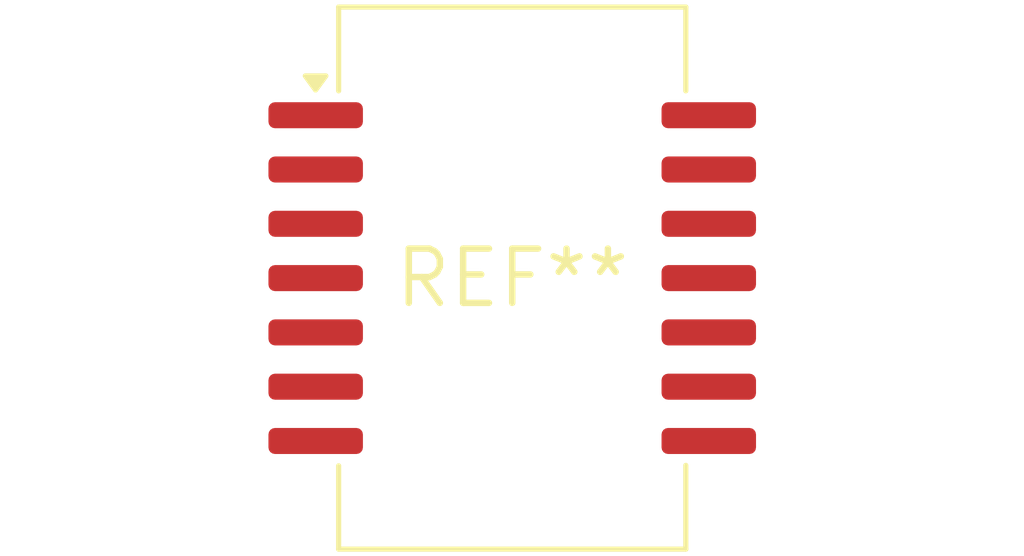
<source format=kicad_pcb>
(kicad_pcb (version 20240108) (generator pcbnew)
  (layers (0 "F.Cu" signal) (31 "B.Cu" signal) (34 "B.Paste" user) (35 "F.Paste" user) (36 "B.SilkS" user "B.Silkscreen") (37 "F.SilkS" user "F.Silkscreen") (38 "B.Mask" user) (39 "F.Mask" user) (44 "Edge.Cuts" user))
  (net 0 "")
  (footprint "TE_MS5525DSO-DBxxxyS" (layer "F.Cu") (at 0 0)
    (property "Reference" "REF**")
    (property "Value" "TE_MS5525DSO-DBxxxyS")
    (fp_line (start -4.06 -6.34) (end -4.06 -4.38) (layer "F.SilkS") (stroke (width 0.12)))
    (fp_line (start -4.06 6.34) (end -4.06 4.39) (layer "F.SilkS") (stroke (width 0.12)))
    (fp_line (start 4.06 -6.34) (end -4.06 -6.34) (layer "F.SilkS") (stroke (width 0.12)))
    (fp_line (start 4.06 -6.34) (end 4.06 -4.38) (layer "F.SilkS") (stroke (width 0.12)))
    (fp_line (start 4.06 6.34) (end -4.06 6.34) (layer "F.SilkS") (stroke (width 0.12)))
    (fp_line (start 4.06 6.34) (end 4.06 4.38) (layer "F.SilkS") (stroke (width 0.12)))
    (fp_poly (pts (xy -4.6 -4.4) (xy -4.84 -4.73) (xy -4.36 -4.73) (xy -4.6 -4.4)) (layer "F.SilkS") (stroke (width 0.12)) (fill solid))
    (pad "1" smd roundrect (at -4.5974 -3.81) (size 2.2098 0.6096) (layers "F.Cu" "F.Paste" "F.Mask"))
    (pad "2" smd roundrect (at -4.5974 -2.54) (size 2.2098 0.6096) (layers "F.Cu" "F.Paste" "F.Mask"))
    (pad "3" smd roundrect (at -4.5974 -1.27) (size 2.2098 0.6096) (layers "F.Cu" "F.Paste" "F.Mask"))
    (pad "4" smd roundrect (at -4.5974 0) (size 2.2098 0.6096) (layers "F.Cu" "F.Paste" "F.Mask"))
    (pad "5" smd roundrect (at -4.5974 1.27) (size 2.2098 0.6096) (layers "F.Cu" "F.Paste" "F.Mask"))
    (pad "6" smd roundrect (at -4.5974 2.54) (size 2.2098 0.6096) (layers "F.Cu" "F.Paste" "F.Mask"))
    (pad "7" smd roundrect (at -4.5974 3.81) (size 2.2098 0.6096) (layers "F.Cu" "F.Paste" "F.Mask"))
    (pad "8" smd roundrect (at 4.5974 3.81) (size 2.2098 0.6096) (layers "F.Cu" "F.Paste" "F.Mask"))
    (pad "9" smd roundrect (at 4.5974 2.54) (size 2.2098 0.6096) (layers "F.Cu" "F.Paste" "F.Mask"))
    (pad "10" smd roundrect (at 4.5974 1.27) (size 2.2098 0.6096) (layers "F.Cu" "F.Paste" "F.Mask"))
    (pad "11" smd roundrect (at 4.5974 0) (size 2.2098 0.6096) (layers "F.Cu" "F.Paste" "F.Mask"))
    (pad "12" smd roundrect (at 4.5974 -1.27) (size 2.2098 0.6096) (layers "F.Cu" "F.Paste" "F.Mask"))
    (pad "13" smd roundrect (at 4.5974 -2.54) (size 2.2098 0.6096) (layers "F.Cu" "F.Paste" "F.Mask"))
    (pad "14" smd roundrect (at 4.5974 -3.81) (size 2.2098 0.6096) (layers "F.Cu" "F.Paste" "F.Mask"))
  )
)
</source>
